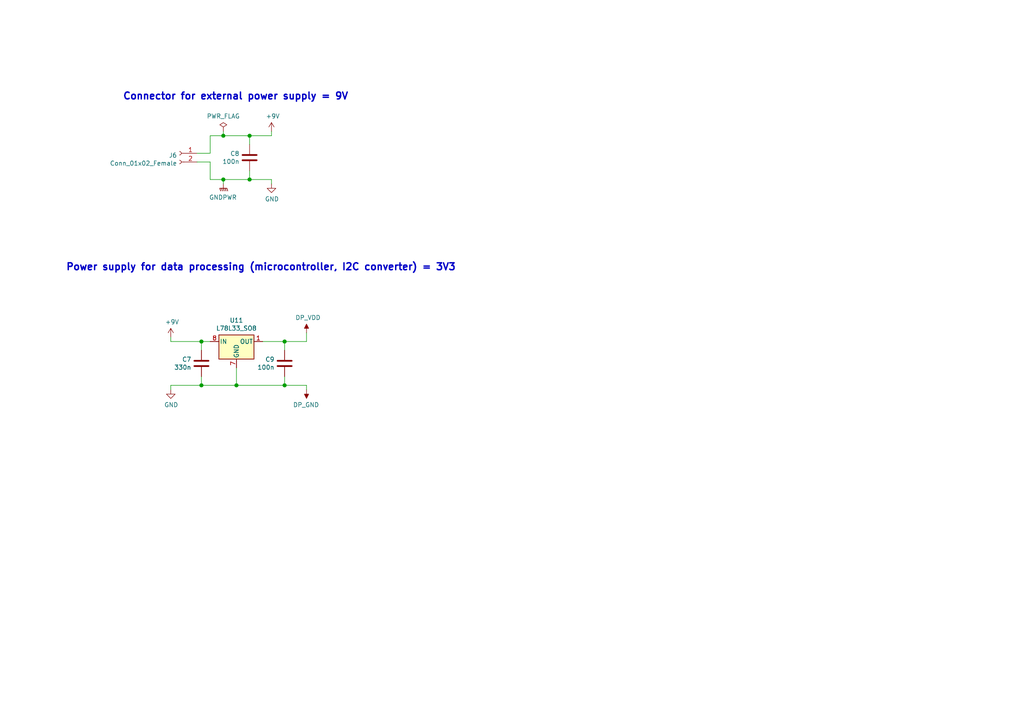
<source format=kicad_sch>
(kicad_sch (version 20210621) (generator eeschema)
  (paper "A4")
  (lib_symbols
    (symbol "Connector:Conn_01x02_Female" (pin_names (offset 1.016) hide)
      (property "Reference" "J" (at 0 2.54 0))
      (property "Value" "Conn_01x02_Female" (at 0 -5.08 0))
      (symbol "Conn_01x02_Female_1_1"
        (arc (start 0 -2.032) (end 0 -3.048) (radius (at 0 -2.54) (length 0.508) (angles 90.1 -90.1)) (stroke (width 0.1524)))
        (arc (start 0 0.508) (end 0 -0.508) (radius (at 0 0) (length 0.508) (angles 90.1 -90.1)) (stroke (width 0.1524)))
        (polyline (pts (xy -1.27 -2.54) (xy -0.508 -2.54)) (stroke (width 0.1524)))
        (polyline (pts (xy -1.27 0) (xy -0.508 0)) (stroke (width 0.1524)))
        (pin passive line (at -5.08 0 0) (length 3.81) (name "Pin_1") (number "1"))
        (pin passive line (at -5.08 -2.54 0) (length 3.81) (name "Pin_2") (number "2"))
      )
    )
    (symbol "Device:C" (pin_numbers hide) (pin_names (offset 0.254))
      (property "Reference" "C" (at 0.635 2.54 0))
      (property "Value" "C" (at 0.635 -2.54 0))
      (symbol "C_0_1"
        (polyline (pts (xy -2.032 -0.762) (xy 2.032 -0.762)) (stroke (width 0.508)))
        (polyline (pts (xy -2.032 0.762) (xy 2.032 0.762)) (stroke (width 0.508)))
      )
      (symbol "C_1_1"
        (pin passive line (at 0 3.81 270) (length 2.794) (name "~") (number "1"))
        (pin passive line (at 0 -3.81 90) (length 2.794) (name "~") (number "2"))
      )
    )
    (symbol "Electroencephalograph-rescue:L78L33_SO8-Regulator_Linear" (pin_names (offset 0.254))
      (property "Reference" "U" (at -3.81 3.175 0))
      (property "Value" "L78L33_SO8-Regulator_Linear" (at 0 3.175 0))
      (symbol "L78L33_SO8-Regulator_Linear_0_1"
        (rectangle (start -5.08 1.905) (end 5.08 -5.08) (stroke (width 0.254)) (fill (type background)))
      )
      (symbol "L78L33_SO8-Regulator_Linear_1_1"
        (pin power_out line (at 7.62 0 180) (length 2.54) (name "OUT") (number "1"))
        (pin passive line (at 0 -7.62 90) (length 2.54) hide (name "GND") (number "2"))
        (pin passive line (at 0 -7.62 90) (length 2.54) hide (name "GND") (number "3"))
        (pin no_connect line (at -7.62 -2.54 0) (length 2.54) hide (name "NC") (number "4"))
        (pin no_connect line (at 7.62 -2.54 180) (length 2.54) hide (name "NC") (number "5"))
        (pin passive line (at 0 -7.62 90) (length 2.54) hide (name "GND") (number "6"))
        (pin power_in line (at 0 -7.62 90) (length 2.54) (name "GND") (number "7"))
        (pin power_in line (at -7.62 0 0) (length 2.54) (name "IN") (number "8"))
      )
    )
    (symbol "Electroencephalograph:DP_GND" (pin_names (offset 0))
      (property "Value" "DP_GND" (at 0 -3.81 0))
      (symbol "DP_GND_1_1"
        (polyline (pts (xy 0 0) (xy 0 -1.27)))
        (polyline (pts (xy 0 -1.27) (xy -0.635 -1.27) (xy 0 -2.54) (xy 0.635 -1.27) (xy 0 -1.27)) (fill (type outline)))
        (pin power_in line (at 0 0 270) (length 0) hide (name "DP_GND") (number "1"))
      )
    )
    (symbol "Electroencephalograph:DP_VDD" (pin_names (offset 0))
      (property "Value" "DP_VDD" (at 0 3.175 0))
      (symbol "DP_VDD_1_1"
        (polyline (pts (xy 0 0) (xy 0 1.27)))
        (polyline (pts (xy 0 1.27) (xy 0.635 1.27) (xy 0 2.54) (xy -0.635 1.27) (xy 0 1.27)) (fill (type outline)))
        (pin power_in line (at 0 0 90) (length 0) hide (name "DP_VDD") (number "1"))
      )
    )
    (symbol "power:+9V" (power) (pin_names (offset 0))
      (property "Value" "+9V" (at 0 3.556 0))
      (symbol "+9V_0_1"
        (polyline (pts (xy -0.762 1.27) (xy 0 2.54)))
        (polyline (pts (xy 0 0) (xy 0 2.54)))
        (polyline (pts (xy 0 2.54) (xy 0.762 1.27)))
      )
      (symbol "+9V_1_1"
        (pin power_in line (at 0 0 90) (length 0) hide (name "+9V") (number "1"))
      )
    )
    (symbol "power:GND" (power) (pin_names (offset 0))
      (property "Value" "GND" (at 0 -3.81 0))
      (symbol "GND_0_1"
        (polyline (pts (xy 0 0) (xy 0 -1.27) (xy 1.27 -1.27) (xy 0 -2.54) (xy -1.27 -1.27) (xy 0 -1.27)))
      )
      (symbol "GND_1_1"
        (pin power_in line (at 0 0 270) (length 0) hide (name "GND") (number "1"))
      )
    )
    (symbol "power:GNDPWR" (power) (pin_names (offset 0))
      (property "Value" "GNDPWR" (at 0 -3.302 0))
      (symbol "GNDPWR_0_1"
        (polyline (pts (xy 0 -1.27) (xy 0 0)))
        (polyline (pts (xy -1.016 -1.27) (xy -1.27 -2.032) (xy -1.27 -2.032)) (stroke (width 0.2032)))
        (polyline (pts (xy -0.508 -1.27) (xy -0.762 -2.032) (xy -0.762 -2.032)) (stroke (width 0.2032)))
        (polyline (pts (xy 0 -1.27) (xy -0.254 -2.032) (xy -0.254 -2.032)) (stroke (width 0.2032)))
        (polyline (pts (xy 0.508 -1.27) (xy 0.254 -2.032) (xy 0.254 -2.032)) (stroke (width 0.2032)))
        (polyline (pts (xy 1.016 -1.27) (xy -1.016 -1.27) (xy -1.016 -1.27)) (stroke (width 0.2032)))
        (polyline (pts (xy 1.016 -1.27) (xy 0.762 -2.032) (xy 0.762 -2.032) (xy 0.762 -2.032)) (stroke (width 0.2032)))
      )
      (symbol "GNDPWR_1_1"
        (pin power_in line (at 0 0 270) (length 0) hide (name "GNDPWR") (number "1"))
      )
    )
    (symbol "power:PWR_FLAG" (power) (pin_numbers hide) (pin_names (offset 0) hide)
      (property "Value" "PWR_FLAG" (at 0 3.81 0))
      (symbol "PWR_FLAG_0_0"
        (pin power_out line (at 0 0 90) (length 0) (name "pwr") (number "1"))
      )
      (symbol "PWR_FLAG_0_1"
        (polyline (pts (xy 0 0) (xy 0 1.27) (xy -1.016 1.905) (xy 0 2.54) (xy 1.016 1.905) (xy 0 1.27)))
      )
    )
  )
  (junction (at 58.42 99.06) (diameter 1.016))
  (junction (at 58.42 111.76) (diameter 1.016))
  (junction (at 64.77 39.37) (diameter 1.016))
  (junction (at 64.77 52.07) (diameter 1.016))
  (junction (at 68.58 111.76) (diameter 1.016))
  (junction (at 72.39 39.37) (diameter 1.016))
  (junction (at 72.39 52.07) (diameter 1.016))
  (junction (at 82.55 99.06) (diameter 1.016))
  (junction (at 82.55 111.76) (diameter 1.016))
  (wire (pts (xy 49.53 99.06) (xy 49.53 97.79)))
  (wire (pts (xy 49.53 111.76) (xy 58.42 111.76)))
  (wire (pts (xy 49.53 113.03) (xy 49.53 111.76)))
  (wire (pts (xy 57.15 44.45) (xy 60.96 44.45)))
  (wire (pts (xy 57.15 46.99) (xy 60.96 46.99)))
  (wire (pts (xy 58.42 99.06) (xy 49.53 99.06)))
  (wire (pts (xy 58.42 99.06) (xy 58.42 101.6)))
  (wire (pts (xy 58.42 109.22) (xy 58.42 111.76)))
  (wire (pts (xy 58.42 111.76) (xy 68.58 111.76)))
  (wire (pts (xy 60.96 39.37) (xy 60.96 44.45)))
  (wire (pts (xy 60.96 39.37) (xy 64.77 39.37)))
  (wire (pts (xy 60.96 46.99) (xy 60.96 52.07)))
  (wire (pts (xy 60.96 52.07) (xy 64.77 52.07)))
  (wire (pts (xy 60.96 99.06) (xy 58.42 99.06)))
  (wire (pts (xy 64.77 38.1) (xy 64.77 39.37)))
  (wire (pts (xy 64.77 39.37) (xy 72.39 39.37)))
  (wire (pts (xy 64.77 52.07) (xy 72.39 52.07)))
  (wire (pts (xy 64.77 53.34) (xy 64.77 52.07)))
  (wire (pts (xy 68.58 106.68) (xy 68.58 111.76)))
  (wire (pts (xy 68.58 111.76) (xy 82.55 111.76)))
  (wire (pts (xy 72.39 39.37) (xy 78.74 39.37)))
  (wire (pts (xy 72.39 41.91) (xy 72.39 39.37)))
  (wire (pts (xy 72.39 52.07) (xy 72.39 49.53)))
  (wire (pts (xy 72.39 52.07) (xy 78.74 52.07)))
  (wire (pts (xy 76.2 99.06) (xy 82.55 99.06)))
  (wire (pts (xy 78.74 39.37) (xy 78.74 38.1)))
  (wire (pts (xy 78.74 52.07) (xy 78.74 53.34)))
  (wire (pts (xy 82.55 99.06) (xy 88.9 99.06)))
  (wire (pts (xy 82.55 101.6) (xy 82.55 99.06)))
  (wire (pts (xy 82.55 111.76) (xy 82.55 109.22)))
  (wire (pts (xy 82.55 111.76) (xy 88.9 111.76)))
  (wire (pts (xy 88.9 99.06) (xy 88.9 96.52)))
  (wire (pts (xy 88.9 111.76) (xy 88.9 113.03)))
  (text "Power supply for data processing (microcontroller, I2C converter) = 3V3" (at 19.05 78.74 0) (effects (font (size 2.0066 2.0066) (thickness 0.4013) bold) (justify left bottom)))
  (text "Connector for external power supply = 9V" (at 35.56 29.21 0) (effects (font (size 2.0066 2.0066) (thickness 0.4013) bold) (justify left bottom)))
  (symbol (lib_id "Electroencephalograph:DP_VDD") (at 88.9 96.52 0) (unit 1)
    (property "Reference" "#PWR213" (effects hide))
    (property "Value" "DP_VDD" (at 89.3318 92.1258 0))
  )
  (symbol (lib_id "Electroencephalograph:DP_GND") (at 88.9 113.03 0) (mirror y)
    (property "Reference" "#PWR211" (effects hide))
    (property "Value" "DP_GND" (at 88.773 117.4242 0))
  )
  (symbol (lib_id "power:+9V") (at 49.53 97.79 0) (unit 1)
    (property "Reference" "#PWR0206" (effects hide))
    (property "Value" "+9V" (at 49.911 93.3958 0))
  )
  (symbol (lib_id "power:+9V") (at 78.74 38.1 0) (unit 1)
    (property "Reference" "#PWR0209" (effects hide))
    (property "Value" "+9V" (at 79.121 33.7058 0))
  )
  (symbol (lib_id "power:PWR_FLAG") (at 64.77 38.1 0) (mirror y)
    (property "Reference" "#FLG01" (effects hide))
    (property "Value" "PWR_FLAG" (at 64.77 33.7058 0))
  )
  (symbol (lib_id "power:GNDPWR") (at 64.77 53.34 0) (mirror y)
    (property "Reference" "#PWR0208" (effects hide))
    (property "Value" "GNDPWR" (at 64.6684 57.2516 0))
  )
  (symbol (lib_id "power:GND") (at 49.53 113.03 0) (unit 1)
    (property "Reference" "#PWR0207" (effects hide))
    (property "Value" "GND" (at 49.657 117.4242 0))
  )
  (symbol (lib_id "power:GND") (at 78.74 53.34 0) (unit 1)
    (property "Reference" "#PWR0210" (effects hide))
    (property "Value" "GND" (at 78.867 57.7342 0))
  )
  (symbol (lib_id "Connector:Conn_01x02_Female") (at 52.07 44.45 0) (mirror y)
    (property "Reference" "J6" (at 51.3588 45.0596 0) (effects (justify left)))
    (property "Value" "Conn_01x02_Female" (at 51.3588 47.371 0) (effects (justify left)))
    (property "Footprint" "Connector_PinHeader_2.54mm:PinHeader_1x02_P2.54mm_Vertical" (effects hide))
  )
  (symbol (lib_id "Device:C") (at 58.42 105.41 0) (mirror y)
    (property "Reference" "C7" (at 55.499 104.2416 0) (effects (justify left)))
    (property "Value" "330n" (at 55.499 106.553 0) (effects (justify left)))
    (property "Footprint" "Capacitor_SMD:C_0402_1005Metric" (effects hide))
  )
  (symbol (lib_id "Device:C") (at 72.39 45.72 0) (mirror y)
    (property "Reference" "C8" (at 69.469 44.5516 0) (effects (justify left)))
    (property "Value" "100n" (at 69.469 46.863 0) (effects (justify left)))
    (property "Footprint" "Capacitor_SMD:C_0402_1005Metric" (effects hide))
  )
  (symbol (lib_id "Device:C") (at 82.55 105.41 0) (mirror y)
    (property "Reference" "C9" (at 79.629 104.2416 0) (effects (justify left)))
    (property "Value" "100n" (at 79.629 106.553 0) (effects (justify left)))
    (property "Footprint" "Capacitor_SMD:C_0402_1005Metric" (effects hide))
  )
  (symbol (lib_id "Electroencephalograph-rescue:L78L33_SO8-Regulator_Linear") (at 68.58 99.06 0) (unit 1)
    (property "Reference" "U11" (at 68.58 92.9132 0))
    (property "Value" "L78L33_SO8" (at 68.58 95.2246 0))
    (property "Footprint" "Package_SO:SOIC-8_3.9x4.9mm_P1.27mm" (effects hide))
    (property "Datasheet" "http://www.st.com/content/ccc/resource/technical/document/datasheet/15/55/e5/aa/23/5b/43/fd/CD00000446.pdf/files/CD00000446.pdf/jcr:content/translations/en.CD00000446.pdf" (effects hide))
  )
)
</source>
